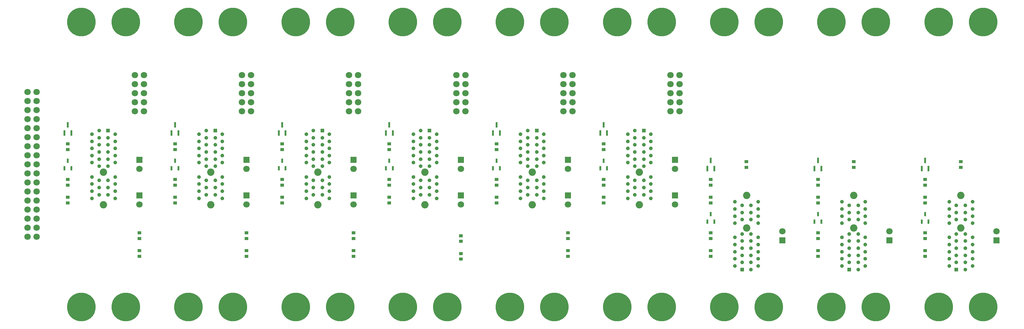
<source format=gtl>
%FSLAX43Y43*%
%MOMM*%
G71*
G01*
G75*
G04 Layer_Physical_Order=1*
G04 Layer_Color=255*
%ADD10R,0.600X1.550*%
%ADD11R,1.000X0.900*%
%ADD12R,0.600X1.300*%
%ADD13C,1.800*%
%ADD14R,1.800X1.800*%
%ADD15R,1.050X1.050*%
%ADD16C,1.050*%
%ADD17C,2.050*%
%ADD18C,8.000*%
D10*
X210000Y51125D02*
D03*
X210950Y48875D02*
D03*
X209050D02*
D03*
X240000Y51125D02*
D03*
X240950Y48875D02*
D03*
X239050D02*
D03*
X270000Y51125D02*
D03*
X270950Y48875D02*
D03*
X269050D02*
D03*
X180000Y61125D02*
D03*
X180950Y58875D02*
D03*
X179050D02*
D03*
X120000Y61125D02*
D03*
X120950Y58875D02*
D03*
X119050D02*
D03*
X150000Y61125D02*
D03*
X150950Y58875D02*
D03*
X149050D02*
D03*
X30000Y61125D02*
D03*
X30950Y58875D02*
D03*
X29050D02*
D03*
X60000Y61125D02*
D03*
X60950Y58875D02*
D03*
X59050D02*
D03*
X90000Y61125D02*
D03*
X90950Y58875D02*
D03*
X89050D02*
D03*
D11*
X90000Y39200D02*
D03*
Y40800D02*
D03*
X210000Y39200D02*
D03*
Y40800D02*
D03*
X240000Y39200D02*
D03*
Y40800D02*
D03*
X270000Y39200D02*
D03*
Y40800D02*
D03*
X30000Y40800D02*
D03*
Y39200D02*
D03*
X60000Y40800D02*
D03*
Y39200D02*
D03*
X180000Y39200D02*
D03*
Y40800D02*
D03*
X120000Y39200D02*
D03*
Y40800D02*
D03*
X150000Y39200D02*
D03*
Y40800D02*
D03*
X240000Y24200D02*
D03*
Y25800D02*
D03*
X270000Y24200D02*
D03*
Y25800D02*
D03*
X210000Y24200D02*
D03*
Y25800D02*
D03*
X50000Y29200D02*
D03*
Y30800D02*
D03*
Y24200D02*
D03*
Y25800D02*
D03*
X30000Y54200D02*
D03*
Y55800D02*
D03*
X60000Y54200D02*
D03*
Y55800D02*
D03*
X90000Y54200D02*
D03*
Y55800D02*
D03*
X80000Y29200D02*
D03*
Y30800D02*
D03*
X80000Y24200D02*
D03*
Y25800D02*
D03*
X90000Y44200D02*
D03*
Y45800D02*
D03*
X30000Y44200D02*
D03*
Y45800D02*
D03*
X60000Y44200D02*
D03*
Y45800D02*
D03*
X110000Y29200D02*
D03*
Y30800D02*
D03*
Y24200D02*
D03*
Y25800D02*
D03*
X120000Y54200D02*
D03*
Y55800D02*
D03*
X150000Y54200D02*
D03*
Y55800D02*
D03*
X180000Y54200D02*
D03*
Y55800D02*
D03*
X140000Y28400D02*
D03*
Y30000D02*
D03*
Y23400D02*
D03*
Y25000D02*
D03*
X170000Y29200D02*
D03*
Y30800D02*
D03*
X180000Y44200D02*
D03*
Y45800D02*
D03*
X120000Y44200D02*
D03*
Y45800D02*
D03*
X150000Y44200D02*
D03*
Y45800D02*
D03*
X170000Y24200D02*
D03*
Y25800D02*
D03*
X240000Y44200D02*
D03*
Y45800D02*
D03*
X270000Y44200D02*
D03*
Y45800D02*
D03*
X210000Y44200D02*
D03*
Y45800D02*
D03*
X240000Y29200D02*
D03*
Y30800D02*
D03*
X270000Y29200D02*
D03*
Y30800D02*
D03*
X210000Y29200D02*
D03*
Y30800D02*
D03*
X220000Y49200D02*
D03*
Y50800D02*
D03*
X250000Y49200D02*
D03*
Y50800D02*
D03*
X280000Y49200D02*
D03*
Y50800D02*
D03*
D12*
X90000Y51050D02*
D03*
X90950Y48950D02*
D03*
X89050D02*
D03*
X30000Y51050D02*
D03*
X30950Y48950D02*
D03*
X29050D02*
D03*
X60000Y51050D02*
D03*
X60950Y48950D02*
D03*
X59050D02*
D03*
X180000Y51050D02*
D03*
X180950Y48950D02*
D03*
X179050D02*
D03*
X120000Y51050D02*
D03*
X120950Y48950D02*
D03*
X119050D02*
D03*
X150000Y51050D02*
D03*
X150950Y48950D02*
D03*
X149050D02*
D03*
X240000Y36050D02*
D03*
X240950Y33950D02*
D03*
X239050D02*
D03*
X270000Y36050D02*
D03*
X270950Y33950D02*
D03*
X269050D02*
D03*
X210000Y36050D02*
D03*
X210950Y33950D02*
D03*
X209050D02*
D03*
D13*
X230000Y31270D02*
D03*
X290000D02*
D03*
X260000D02*
D03*
X21270Y70320D02*
D03*
X18730D02*
D03*
X21270Y67780D02*
D03*
X18730D02*
D03*
X21270Y65240D02*
D03*
X18730D02*
D03*
X21270Y62700D02*
D03*
X18730D02*
D03*
X21270Y60160D02*
D03*
X18730D02*
D03*
X21270Y57620D02*
D03*
X18730D02*
D03*
X21270Y55080D02*
D03*
X18730D02*
D03*
X21270Y52540D02*
D03*
X18730D02*
D03*
X21270Y50000D02*
D03*
X18730D02*
D03*
X21270Y47460D02*
D03*
X18730D02*
D03*
X21270Y44920D02*
D03*
X18730D02*
D03*
X21270Y42380D02*
D03*
X18730D02*
D03*
X21270Y39840D02*
D03*
X18730D02*
D03*
X21270Y37300D02*
D03*
X18730D02*
D03*
X21270Y34760D02*
D03*
X18730D02*
D03*
X21270Y32220D02*
D03*
X18730D02*
D03*
X21270Y29680D02*
D03*
X18730D02*
D03*
X200000Y38730D02*
D03*
Y48730D02*
D03*
X140000Y38730D02*
D03*
Y48730D02*
D03*
X170000Y38730D02*
D03*
Y48730D02*
D03*
X201270Y75080D02*
D03*
X198730D02*
D03*
X201270Y72540D02*
D03*
X198730D02*
D03*
X201270Y70000D02*
D03*
X198730D02*
D03*
X201270Y67460D02*
D03*
X198730D02*
D03*
X201270Y64920D02*
D03*
X198730D02*
D03*
X141270Y75080D02*
D03*
X138730D02*
D03*
X141270Y72540D02*
D03*
X138730D02*
D03*
X141270Y70000D02*
D03*
X138730D02*
D03*
X141270Y67460D02*
D03*
X138730D02*
D03*
X141270Y64920D02*
D03*
X138730D02*
D03*
X171270Y75080D02*
D03*
X168730D02*
D03*
X171270Y72540D02*
D03*
X168730D02*
D03*
X171270Y70000D02*
D03*
X168730D02*
D03*
X171270Y67460D02*
D03*
X168730D02*
D03*
X171270Y64920D02*
D03*
X168730D02*
D03*
X81270Y75080D02*
D03*
X78730D02*
D03*
X81270Y72540D02*
D03*
X78730D02*
D03*
X81270Y70000D02*
D03*
X78730D02*
D03*
X81270Y67460D02*
D03*
X78730D02*
D03*
X81270Y64920D02*
D03*
X78730D02*
D03*
X111270Y75080D02*
D03*
X108730D02*
D03*
X111270Y72540D02*
D03*
X108730D02*
D03*
X111270Y70000D02*
D03*
X108730D02*
D03*
X111270Y67460D02*
D03*
X108730D02*
D03*
X111270Y64920D02*
D03*
X108730D02*
D03*
X51270Y75080D02*
D03*
X48730D02*
D03*
X51270Y72540D02*
D03*
X48730D02*
D03*
X51270Y70000D02*
D03*
X48730D02*
D03*
X51270Y67460D02*
D03*
X48730D02*
D03*
X51270Y64920D02*
D03*
X48730D02*
D03*
X50000Y48730D02*
D03*
Y38730D02*
D03*
X110000Y48730D02*
D03*
Y38730D02*
D03*
X80000Y48730D02*
D03*
Y38730D02*
D03*
D14*
X230000Y28730D02*
D03*
X290000D02*
D03*
X260000D02*
D03*
X200000Y41270D02*
D03*
Y51270D02*
D03*
X140000Y41270D02*
D03*
Y51270D02*
D03*
X170000Y41270D02*
D03*
Y51270D02*
D03*
X50000D02*
D03*
Y41270D02*
D03*
X110000Y51270D02*
D03*
Y41270D02*
D03*
X80000Y51270D02*
D03*
Y41270D02*
D03*
D15*
X41245Y59500D02*
D03*
X71245D02*
D03*
X101245D02*
D03*
X131245D02*
D03*
X161245D02*
D03*
X191245D02*
D03*
X218755Y20500D02*
D03*
X248755D02*
D03*
X278755D02*
D03*
D16*
X41245Y57500D02*
D03*
Y55500D02*
D03*
Y53500D02*
D03*
Y51500D02*
D03*
Y49500D02*
D03*
Y45500D02*
D03*
Y43500D02*
D03*
Y41500D02*
D03*
X43245Y58500D02*
D03*
Y56500D02*
D03*
Y54500D02*
D03*
Y52500D02*
D03*
Y50500D02*
D03*
Y46500D02*
D03*
Y44500D02*
D03*
Y42500D02*
D03*
Y40500D02*
D03*
X38745Y59500D02*
D03*
Y57500D02*
D03*
Y55500D02*
D03*
Y53500D02*
D03*
Y51500D02*
D03*
Y49500D02*
D03*
Y45500D02*
D03*
Y43500D02*
D03*
Y41500D02*
D03*
X36745Y58500D02*
D03*
Y56500D02*
D03*
Y54500D02*
D03*
Y52500D02*
D03*
Y50500D02*
D03*
Y46500D02*
D03*
Y44500D02*
D03*
Y42500D02*
D03*
Y40500D02*
D03*
X71245Y57500D02*
D03*
Y55500D02*
D03*
Y53500D02*
D03*
Y51500D02*
D03*
Y49500D02*
D03*
Y45500D02*
D03*
Y43500D02*
D03*
Y41500D02*
D03*
X73245Y58500D02*
D03*
Y56500D02*
D03*
Y54500D02*
D03*
Y52500D02*
D03*
Y50500D02*
D03*
Y46500D02*
D03*
Y44500D02*
D03*
Y42500D02*
D03*
Y40500D02*
D03*
X68745Y59500D02*
D03*
Y57500D02*
D03*
Y55500D02*
D03*
Y53500D02*
D03*
Y51500D02*
D03*
Y49500D02*
D03*
Y45500D02*
D03*
Y43500D02*
D03*
Y41500D02*
D03*
X66745Y58500D02*
D03*
Y56500D02*
D03*
Y54500D02*
D03*
Y52500D02*
D03*
Y50500D02*
D03*
Y46500D02*
D03*
Y44500D02*
D03*
Y42500D02*
D03*
Y40500D02*
D03*
X101245Y57500D02*
D03*
Y55500D02*
D03*
Y53500D02*
D03*
Y51500D02*
D03*
Y49500D02*
D03*
Y45500D02*
D03*
Y43500D02*
D03*
Y41500D02*
D03*
X103245Y58500D02*
D03*
Y56500D02*
D03*
Y54500D02*
D03*
Y52500D02*
D03*
Y50500D02*
D03*
Y46500D02*
D03*
Y44500D02*
D03*
Y42500D02*
D03*
Y40500D02*
D03*
X98745Y59500D02*
D03*
Y57500D02*
D03*
Y55500D02*
D03*
Y53500D02*
D03*
Y51500D02*
D03*
Y49500D02*
D03*
Y45500D02*
D03*
Y43500D02*
D03*
Y41500D02*
D03*
X96745Y58500D02*
D03*
Y56500D02*
D03*
Y54500D02*
D03*
Y52500D02*
D03*
Y50500D02*
D03*
Y46500D02*
D03*
Y44500D02*
D03*
Y42500D02*
D03*
Y40500D02*
D03*
X131245Y57500D02*
D03*
Y55500D02*
D03*
Y53500D02*
D03*
Y51500D02*
D03*
Y49500D02*
D03*
Y45500D02*
D03*
Y43500D02*
D03*
Y41500D02*
D03*
X133245Y58500D02*
D03*
Y56500D02*
D03*
Y54500D02*
D03*
Y52500D02*
D03*
Y50500D02*
D03*
Y46500D02*
D03*
Y44500D02*
D03*
Y42500D02*
D03*
Y40500D02*
D03*
X128745Y59500D02*
D03*
Y57500D02*
D03*
Y55500D02*
D03*
Y53500D02*
D03*
Y51500D02*
D03*
Y49500D02*
D03*
Y45500D02*
D03*
Y43500D02*
D03*
Y41500D02*
D03*
X126745Y58500D02*
D03*
Y56500D02*
D03*
Y54500D02*
D03*
Y52500D02*
D03*
Y50500D02*
D03*
Y46500D02*
D03*
Y44500D02*
D03*
Y42500D02*
D03*
Y40500D02*
D03*
X161245Y57500D02*
D03*
Y55500D02*
D03*
Y53500D02*
D03*
Y51500D02*
D03*
Y49500D02*
D03*
Y45500D02*
D03*
Y43500D02*
D03*
Y41500D02*
D03*
X163245Y58500D02*
D03*
Y56500D02*
D03*
Y54500D02*
D03*
Y52500D02*
D03*
Y50500D02*
D03*
Y46500D02*
D03*
Y44500D02*
D03*
Y42500D02*
D03*
Y40500D02*
D03*
X158745Y59500D02*
D03*
Y57500D02*
D03*
Y55500D02*
D03*
Y53500D02*
D03*
Y51500D02*
D03*
Y49500D02*
D03*
Y45500D02*
D03*
Y43500D02*
D03*
Y41500D02*
D03*
X156745Y58500D02*
D03*
Y56500D02*
D03*
Y54500D02*
D03*
Y52500D02*
D03*
Y50500D02*
D03*
Y46500D02*
D03*
Y44500D02*
D03*
Y42500D02*
D03*
Y40500D02*
D03*
X191245Y57500D02*
D03*
Y55500D02*
D03*
Y53500D02*
D03*
Y51500D02*
D03*
Y49500D02*
D03*
Y45500D02*
D03*
Y43500D02*
D03*
Y41500D02*
D03*
X193245Y58500D02*
D03*
Y56500D02*
D03*
Y54500D02*
D03*
Y52500D02*
D03*
Y50500D02*
D03*
Y46500D02*
D03*
Y44500D02*
D03*
Y42500D02*
D03*
Y40500D02*
D03*
X188745Y59500D02*
D03*
Y57500D02*
D03*
Y55500D02*
D03*
Y53500D02*
D03*
Y51500D02*
D03*
Y49500D02*
D03*
Y45500D02*
D03*
Y43500D02*
D03*
Y41500D02*
D03*
X186745Y58500D02*
D03*
Y56500D02*
D03*
Y54500D02*
D03*
Y52500D02*
D03*
Y50500D02*
D03*
Y46500D02*
D03*
Y44500D02*
D03*
Y42500D02*
D03*
Y40500D02*
D03*
X218755Y22500D02*
D03*
Y24500D02*
D03*
Y26500D02*
D03*
Y28500D02*
D03*
Y30500D02*
D03*
Y34500D02*
D03*
Y36500D02*
D03*
Y38500D02*
D03*
X216755Y21500D02*
D03*
Y23500D02*
D03*
Y25500D02*
D03*
Y27500D02*
D03*
Y29500D02*
D03*
Y33500D02*
D03*
Y35500D02*
D03*
Y37500D02*
D03*
Y39500D02*
D03*
X221255Y20500D02*
D03*
Y22500D02*
D03*
Y24500D02*
D03*
Y26500D02*
D03*
Y28500D02*
D03*
Y30500D02*
D03*
Y34500D02*
D03*
Y36500D02*
D03*
Y38500D02*
D03*
X223255Y21500D02*
D03*
Y23500D02*
D03*
Y25500D02*
D03*
Y27500D02*
D03*
Y29500D02*
D03*
Y33500D02*
D03*
Y35500D02*
D03*
Y37500D02*
D03*
Y39500D02*
D03*
X248755Y22500D02*
D03*
Y24500D02*
D03*
Y26500D02*
D03*
Y28500D02*
D03*
Y30500D02*
D03*
Y34500D02*
D03*
Y36500D02*
D03*
Y38500D02*
D03*
X246755Y21500D02*
D03*
Y23500D02*
D03*
Y25500D02*
D03*
Y27500D02*
D03*
Y29500D02*
D03*
Y33500D02*
D03*
Y35500D02*
D03*
Y37500D02*
D03*
Y39500D02*
D03*
X251255Y20500D02*
D03*
Y22500D02*
D03*
Y24500D02*
D03*
Y26500D02*
D03*
Y28500D02*
D03*
Y30500D02*
D03*
Y34500D02*
D03*
Y36500D02*
D03*
Y38500D02*
D03*
X253255Y21500D02*
D03*
Y23500D02*
D03*
Y25500D02*
D03*
Y27500D02*
D03*
Y29500D02*
D03*
Y33500D02*
D03*
Y35500D02*
D03*
Y37500D02*
D03*
Y39500D02*
D03*
X278755Y22500D02*
D03*
Y24500D02*
D03*
Y26500D02*
D03*
Y28500D02*
D03*
Y30500D02*
D03*
Y34500D02*
D03*
Y36500D02*
D03*
Y38500D02*
D03*
X276755Y21500D02*
D03*
Y23500D02*
D03*
Y25500D02*
D03*
Y27500D02*
D03*
Y29500D02*
D03*
Y33500D02*
D03*
Y35500D02*
D03*
Y37500D02*
D03*
Y39500D02*
D03*
X281255Y20500D02*
D03*
Y22500D02*
D03*
Y24500D02*
D03*
Y26500D02*
D03*
Y28500D02*
D03*
Y30500D02*
D03*
Y34500D02*
D03*
Y36500D02*
D03*
Y38500D02*
D03*
X283255Y21500D02*
D03*
Y23500D02*
D03*
Y25500D02*
D03*
Y27500D02*
D03*
Y29500D02*
D03*
Y33500D02*
D03*
Y35500D02*
D03*
Y37500D02*
D03*
Y39500D02*
D03*
D17*
X39995Y47850D02*
D03*
Y38700D02*
D03*
X69995Y47850D02*
D03*
Y38700D02*
D03*
X99995Y47850D02*
D03*
Y38700D02*
D03*
X129995Y47850D02*
D03*
Y38700D02*
D03*
X159995Y47850D02*
D03*
Y38700D02*
D03*
X189995Y47850D02*
D03*
Y38700D02*
D03*
X220005Y32150D02*
D03*
Y41300D02*
D03*
X250005Y32150D02*
D03*
Y41300D02*
D03*
X280005Y32150D02*
D03*
Y41300D02*
D03*
D18*
X153777Y10000D02*
D03*
X166223D02*
D03*
X183777Y90000D02*
D03*
X196223D02*
D03*
X183777Y10000D02*
D03*
X196223D02*
D03*
X213777Y90000D02*
D03*
X226223D02*
D03*
X213777Y10000D02*
D03*
X226223D02*
D03*
X243777Y90000D02*
D03*
X256223D02*
D03*
X243777Y10000D02*
D03*
X256223D02*
D03*
X273777Y90000D02*
D03*
X286223D02*
D03*
X273777Y10000D02*
D03*
X286223D02*
D03*
X33777Y90000D02*
D03*
X46223D02*
D03*
X33777Y10000D02*
D03*
X46223D02*
D03*
X63777Y90000D02*
D03*
X76223D02*
D03*
X63777Y10000D02*
D03*
X76223D02*
D03*
X93777Y90000D02*
D03*
X106223D02*
D03*
X93777Y10000D02*
D03*
X106223D02*
D03*
X123777Y90000D02*
D03*
X136223D02*
D03*
X123777Y10000D02*
D03*
X136223D02*
D03*
X153777Y90000D02*
D03*
X166223D02*
D03*
M02*

</source>
